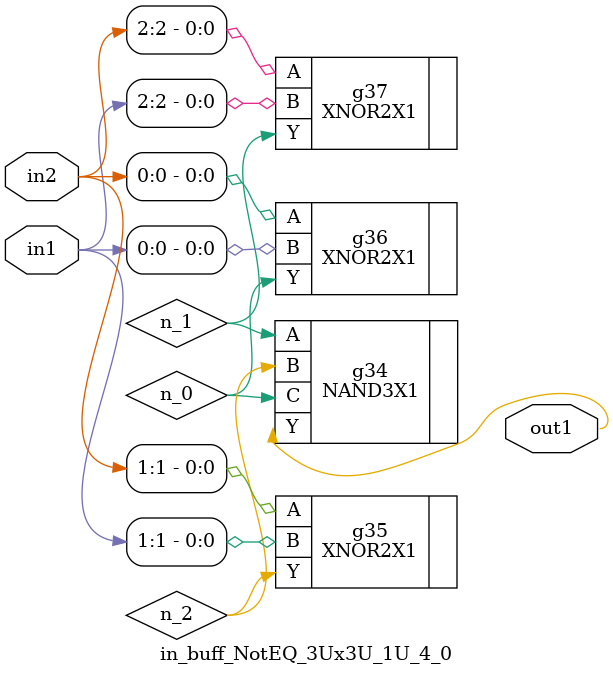
<source format=v>
`timescale 1ps / 1ps


module in_buff_NotEQ_3Ux3U_1U_4_0(in2, in1, out1);
  input [2:0] in2, in1;
  output out1;
  wire [2:0] in2, in1;
  wire out1;
  wire n_0, n_1, n_2;
  NAND3X1 g34(.A (n_1), .B (n_2), .C (n_0), .Y (out1));
  XNOR2X1 g35(.A (in2[1]), .B (in1[1]), .Y (n_2));
  XNOR2X1 g37(.A (in2[2]), .B (in1[2]), .Y (n_1));
  XNOR2X1 g36(.A (in2[0]), .B (in1[0]), .Y (n_0));
endmodule



</source>
